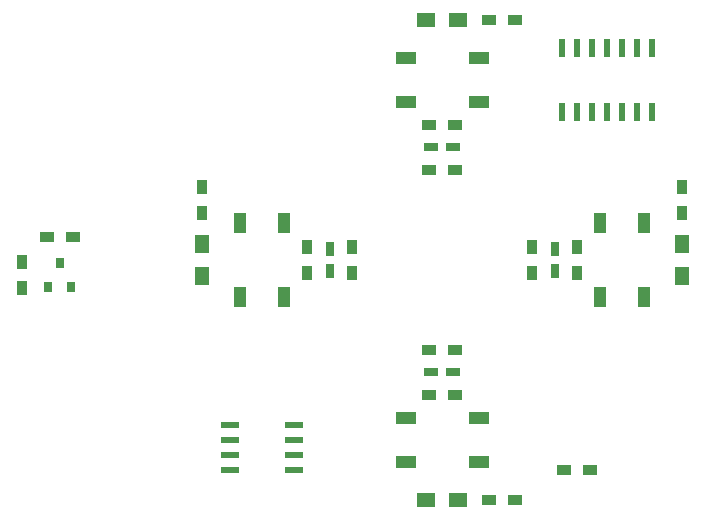
<source format=gbr>
G04 #@! TF.GenerationSoftware,KiCad,Pcbnew,(5.1.4)-1*
G04 #@! TF.CreationDate,2019-12-31T16:27:10-06:00*
G04 #@! TF.ProjectId,learning_shield,6c656172-6e69-46e6-975f-736869656c64,rev?*
G04 #@! TF.SameCoordinates,Original*
G04 #@! TF.FileFunction,Paste,Top*
G04 #@! TF.FilePolarity,Positive*
%FSLAX46Y46*%
G04 Gerber Fmt 4.6, Leading zero omitted, Abs format (unit mm)*
G04 Created by KiCad (PCBNEW (5.1.4)-1) date 2019-12-31 16:27:10*
%MOMM*%
%LPD*%
G04 APERTURE LIST*
%ADD10R,0.750000X1.200000*%
%ADD11R,1.200000X0.750000*%
%ADD12R,1.300000X1.500000*%
%ADD13R,1.500000X1.300000*%
%ADD14R,0.800000X0.900000*%
%ADD15R,0.900000X1.200000*%
%ADD16R,1.200000X0.900000*%
%ADD17R,1.100000X1.800000*%
%ADD18R,1.800000X1.100000*%
%ADD19R,0.600000X1.500000*%
%ADD20R,1.550000X0.600000*%
G04 APERTURE END LIST*
D10*
X143383000Y-98745000D03*
X143383000Y-100645000D03*
D11*
X153858000Y-90170000D03*
X151958000Y-90170000D03*
D10*
X162433000Y-98745000D03*
X162433000Y-100645000D03*
D11*
X153858000Y-109220000D03*
X151958000Y-109220000D03*
D12*
X132588000Y-101045000D03*
X132588000Y-98345000D03*
D13*
X154258000Y-79375000D03*
X151558000Y-79375000D03*
D12*
X173228000Y-98345000D03*
X173228000Y-101045000D03*
D13*
X151558000Y-120015000D03*
X154258000Y-120015000D03*
D14*
X120523000Y-99965000D03*
X121473000Y-101965000D03*
X119573000Y-101965000D03*
D15*
X145288000Y-100795000D03*
X145288000Y-98595000D03*
D16*
X151808000Y-92075000D03*
X154008000Y-92075000D03*
D15*
X141478000Y-98595000D03*
X141478000Y-100795000D03*
D16*
X151808000Y-88265000D03*
X154008000Y-88265000D03*
D15*
X160528000Y-98595000D03*
X160528000Y-100795000D03*
D16*
X151808000Y-107315000D03*
X154008000Y-107315000D03*
D15*
X164338000Y-98595000D03*
X164338000Y-100795000D03*
D16*
X154008000Y-111125000D03*
X151808000Y-111125000D03*
X163238000Y-117475000D03*
X165438000Y-117475000D03*
D15*
X132588000Y-95715000D03*
X132588000Y-93515000D03*
D16*
X159088000Y-79375000D03*
X156888000Y-79375000D03*
D15*
X173228000Y-93515000D03*
X173228000Y-95715000D03*
D16*
X159088000Y-120015000D03*
X156888000Y-120015000D03*
D15*
X117348000Y-99865000D03*
X117348000Y-102065000D03*
D16*
X119423000Y-97790000D03*
X121623000Y-97790000D03*
D17*
X139518000Y-96595000D03*
X135818000Y-96595000D03*
X139518000Y-102795000D03*
X135818000Y-102795000D03*
D18*
X149808000Y-82605000D03*
X149808000Y-86305000D03*
X156008000Y-82605000D03*
X156008000Y-86305000D03*
D17*
X166298000Y-102795000D03*
X169998000Y-102795000D03*
X166298000Y-96595000D03*
X169998000Y-96595000D03*
D18*
X156008000Y-116785000D03*
X156008000Y-113085000D03*
X149808000Y-116785000D03*
X149808000Y-113085000D03*
D19*
X170688000Y-87155000D03*
X169418000Y-87155000D03*
X168148000Y-87155000D03*
X166878000Y-87155000D03*
X165608000Y-87155000D03*
X164338000Y-87155000D03*
X163068000Y-87155000D03*
X163068000Y-81755000D03*
X164338000Y-81755000D03*
X165608000Y-81755000D03*
X166878000Y-81755000D03*
X168148000Y-81755000D03*
X169418000Y-81755000D03*
X170688000Y-81755000D03*
D20*
X134968000Y-117475000D03*
X134968000Y-116205000D03*
X134968000Y-114935000D03*
X134968000Y-113665000D03*
X140368000Y-113665000D03*
X140368000Y-114935000D03*
X140368000Y-116205000D03*
X140368000Y-117475000D03*
M02*

</source>
